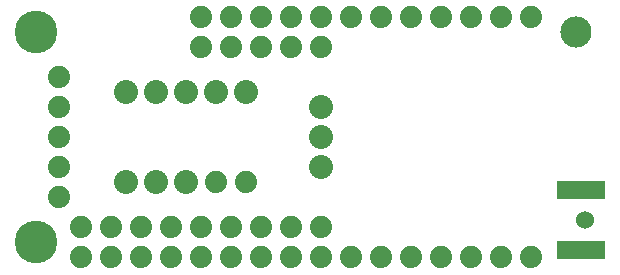
<source format=gbr>
G04 EAGLE Gerber RS-274X export*
G75*
%MOMM*%
%FSLAX34Y34*%
%LPD*%
%INSoldermask Bottom*%
%IPPOS*%
%AMOC8*
5,1,8,0,0,1.08239X$1,22.5*%
G01*
%ADD10C,2.641600*%
%ADD11C,1.879600*%
%ADD12R,4.165600X1.625600*%
%ADD13C,2.032000*%
%ADD14C,3.617600*%
%ADD15C,1.524000*%


D10*
X482600Y203200D03*
D11*
X165100Y215900D03*
X190500Y215900D03*
X215900Y215900D03*
X241300Y215900D03*
X266700Y215900D03*
X292100Y215900D03*
X317500Y215900D03*
X342900Y215900D03*
X368300Y215900D03*
X393700Y215900D03*
X419100Y215900D03*
X444500Y215900D03*
X165100Y12700D03*
X190500Y12700D03*
X215900Y12700D03*
X241300Y12700D03*
X266700Y12700D03*
X292100Y12700D03*
X317500Y12700D03*
X342900Y12700D03*
X368300Y12700D03*
X393700Y12700D03*
X419100Y12700D03*
X444500Y12700D03*
X139700Y12700D03*
X114300Y12700D03*
X88900Y12700D03*
X63500Y12700D03*
D12*
X486410Y19050D03*
X486410Y69850D03*
D11*
X266700Y38100D03*
X241300Y38100D03*
X215900Y38100D03*
X190500Y38100D03*
X165100Y38100D03*
X139700Y38100D03*
X114300Y38100D03*
X88900Y38100D03*
X63500Y38100D03*
X165100Y190500D03*
X190500Y190500D03*
X215900Y190500D03*
X241300Y190500D03*
X266700Y190500D03*
X44450Y165100D03*
X44450Y139700D03*
X44450Y114300D03*
X44450Y88900D03*
X44450Y63500D03*
D13*
X266700Y139700D03*
X266700Y114300D03*
X266700Y88900D03*
X101600Y76200D03*
X127000Y76200D03*
X152400Y76200D03*
X101600Y152400D03*
X127000Y152400D03*
X152400Y152400D03*
X177800Y152400D03*
X203200Y152400D03*
D11*
X177800Y76200D03*
X203200Y76200D03*
D14*
X25400Y25400D03*
X25400Y203200D03*
D15*
X490220Y44450D03*
M02*

</source>
